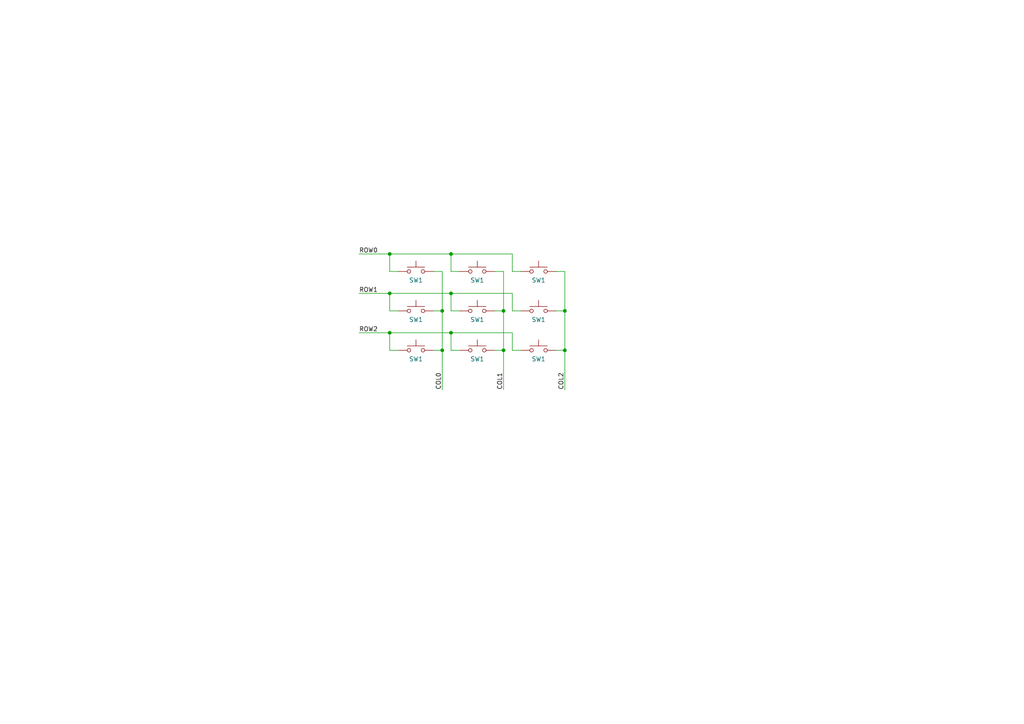
<source format=kicad_sch>
(kicad_sch (version 20230121) (generator eeschema)
  (paper "A4")
  (lib_symbols
    (symbol "Switch:SW_Push" (pin_numbers hide) (pin_names (offset 1.016) hide)
      (property "Reference" "SW" (at 1.27 2.54 0))
      (property "Value" "SW_Push" (at 0 -1.524 0))
      (symbol "SW_Push_0_1"
        (circle (center -2.032 0) (radius 0.508))
        (polyline (pts (xy 0 1.27) (xy 0 3.048)))
        (polyline (pts (xy 2.54 1.27) (xy -2.54 1.27)))
        (circle (center 2.032 0) (radius 0.508))
        (pin passive line (at -5.08 0 0) (length 2.54) (name "1") (number "1"))
        (pin passive line (at 5.08 0 180) (length 2.54) (name "2") (number "2"))
      )
    )
  )
  (junction (at 146.05 90.17))
  (junction (at 163.83 90.17))
  (junction (at 113.03 73.66))
  (junction (at 128.27 101.6))
  (junction (at 113.03 85.09))
  (junction (at 113.03 96.52))
  (junction (at 130.81 85.09))
  (junction (at 128.27 90.17))
  (junction (at 130.81 73.66))
  (junction (at 146.05 101.6))
  (junction (at 163.83 101.6))
  (junction (at 130.81 96.52))
  (wire (pts (xy 130.81 96.52) (xy 148.59 96.52)))
  (wire (pts (xy 148.59 96.52) (xy 148.59 101.6)))
  (wire (pts (xy 143.51 101.6) (xy 146.05 101.6)))
  (wire (pts (xy 128.27 90.17) (xy 128.27 101.6)))
  (wire (pts (xy 146.05 90.17) (xy 146.05 101.6)))
  (wire (pts (xy 130.81 73.66) (xy 148.59 73.66)))
  (wire (pts (xy 130.81 96.52) (xy 130.81 101.6)))
  (wire (pts (xy 113.03 96.52) (xy 113.03 101.6)))
  (wire (pts (xy 143.51 90.17) (xy 146.05 90.17)))
  (wire (pts (xy 146.05 78.74) (xy 146.05 90.17)))
  (wire (pts (xy 130.81 85.09) (xy 148.59 85.09)))
  (wire (pts (xy 130.81 101.6) (xy 133.35 101.6)))
  (wire (pts (xy 146.05 101.6) (xy 146.05 113.03)))
  (wire (pts (xy 128.27 101.6) (xy 128.27 113.03)))
  (wire (pts (xy 148.59 73.66) (xy 148.59 78.74)))
  (wire (pts (xy 148.59 101.6) (xy 151.13 101.6)))
  (wire (pts (xy 125.73 101.6) (xy 128.27 101.6)))
  (wire (pts (xy 113.03 73.66) (xy 130.81 73.66)))
  (wire (pts (xy 113.03 73.66) (xy 113.03 78.74)))
  (wire (pts (xy 113.03 85.09) (xy 130.81 85.09)))
  (wire (pts (xy 104.14 96.52) (xy 113.03 96.52)))
  (wire (pts (xy 130.81 90.17) (xy 133.35 90.17)))
  (wire (pts (xy 130.81 85.09) (xy 130.81 90.17)))
  (wire (pts (xy 113.03 96.52) (xy 130.81 96.52)))
  (wire (pts (xy 161.29 78.74) (xy 163.83 78.74)))
  (wire (pts (xy 163.83 90.17) (xy 163.83 101.6)))
  (wire (pts (xy 125.73 78.74) (xy 128.27 78.74)))
  (wire (pts (xy 143.51 78.74) (xy 146.05 78.74)))
  (wire (pts (xy 148.59 90.17) (xy 151.13 90.17)))
  (wire (pts (xy 113.03 78.74) (xy 115.57 78.74)))
  (wire (pts (xy 163.83 78.74) (xy 163.83 90.17)))
  (wire (pts (xy 161.29 101.6) (xy 163.83 101.6)))
  (wire (pts (xy 113.03 101.6) (xy 115.57 101.6)))
  (wire (pts (xy 125.73 90.17) (xy 128.27 90.17)))
  (wire (pts (xy 104.14 73.66) (xy 113.03 73.66)))
  (wire (pts (xy 163.83 101.6) (xy 163.83 113.03)))
  (wire (pts (xy 130.81 78.74) (xy 133.35 78.74)))
  (wire (pts (xy 161.29 90.17) (xy 163.83 90.17)))
  (wire (pts (xy 113.03 90.17) (xy 115.57 90.17)))
  (wire (pts (xy 130.81 73.66) (xy 130.81 78.74)))
  (wire (pts (xy 104.14 85.09) (xy 113.03 85.09)))
  (wire (pts (xy 148.59 85.09) (xy 148.59 90.17)))
  (wire (pts (xy 148.59 78.74) (xy 151.13 78.74)))
  (wire (pts (xy 128.27 78.74) (xy 128.27 90.17)))
  (wire (pts (xy 113.03 85.09) (xy 113.03 90.17)))
  (label "COL0" (at 128.27 113.03 90))
  (label "COL2" (at 163.83 113.03 90))
  (label "ROW0" (at 104.14 73.66 0))
  (label "ROW2" (at 104.14 96.52 0))
  (label "COL1" (at 146.05 113.03 90))
  (label "ROW1" (at 104.14 85.09 0))
  (symbol (lib_id "Switch:SW_Push") (at 138.43 101.6 0) (unit 1) (on_board no)
    (property "Reference" "SW1" (at 138.43 104.14 0))
    (property "Value" "SW_Push" (effects hide))
    (property "Footprint" "Button_Switch_SMD:SW_Push_1P1T_NO_Vertical_Wuerth_434133025816" (effects hide))
    (instances (project "spotlight-v2" (path "" (reference "SW1") (unit 1))) (project "keyboard-matrix-testboard" (path "" (reference "SW7") (unit 1)) (path "" (reference "SW14") (unit 1))) (project "nrf-display" (path "" (reference "SW1") (unit 1))) (project "nrf-multi-io" (path "" (reference "SW1") (unit 1))))
  )
  (symbol (lib_id "Switch:SW_Push") (at 138.43 90.17 0) (unit 1) (on_board no)
    (property "Reference" "SW1" (at 138.43 92.71 0))
    (property "Value" "SW_Push" (effects hide))
    (property "Footprint" "Button_Switch_SMD:SW_Push_1P1T_NO_Vertical_Wuerth_434133025816" (effects hide))
    (instances (project "spotlight-v2" (path "" (reference "SW1") (unit 1))) (project "keyboard-matrix-testboard" (path "" (reference "SW4") (unit 1)) (path "" (reference "SW13") (unit 1))) (project "nrf-display" (path "" (reference "SW1") (unit 1))) (project "nrf-multi-io" (path "" (reference "SW1") (unit 1))))
  )
  (symbol (lib_id "Switch:SW_Push") (at 138.43 78.74 0) (unit 1) (on_board no)
    (property "Reference" "SW1" (at 138.43 81.28 0))
    (property "Value" "SW_Push" (effects hide))
    (property "Footprint" "Button_Switch_SMD:SW_Push_1P1T_NO_Vertical_Wuerth_434133025816" (effects hide))
    (instances (project "spotlight-v2" (path "" (reference "SW1") (unit 1))) (project "keyboard-matrix-testboard" (path "" (reference "SW1") (unit 1)) (path "" (reference "SW12") (unit 1))) (project "nrf-display" (path "" (reference "SW1") (unit 1))) (project "nrf-multi-io" (path "" (reference "SW1") (unit 1))))
  )
  (symbol (lib_id "Switch:SW_Push") (at 120.65 101.6 0) (unit 1) (on_board no)
    (property "Reference" "SW1" (at 120.65 104.14 0))
    (property "Value" "SW_Push" (effects hide))
    (property "Footprint" "Button_Switch_SMD:SW_Push_1P1T_NO_Vertical_Wuerth_434133025816" (effects hide))
    (instances (project "spotlight-v2" (path "" (reference "SW1") (unit 1))) (project "keyboard-matrix-testboard" (path "" (reference "SW6") (unit 1)) (path "" (reference "SW11") (unit 1))) (project "nrf-display" (path "" (reference "SW1") (unit 1))) (project "nrf-multi-io" (path "" (reference "SW1") (unit 1))))
  )
  (symbol (lib_id "Switch:SW_Push") (at 156.21 101.6 0) (unit 1) (on_board no)
    (property "Reference" "SW1" (at 156.21 104.14 0))
    (property "Value" "SW_Push" (effects hide))
    (property "Footprint" "Button_Switch_SMD:SW_Push_1P1T_NO_Vertical_Wuerth_434133025816" (effects hide))
    (instances (project "spotlight-v2" (path "" (reference "SW1") (unit 1))) (project "keyboard-matrix-testboard" (path "" (reference "SW8") (unit 1)) (path "" (reference "SW17") (unit 1))) (project "nrf-display" (path "" (reference "SW1") (unit 1))) (project "nrf-multi-io" (path "" (reference "SW1") (unit 1))))
  )
  (symbol (lib_id "Switch:SW_Push") (at 120.65 90.17 0) (unit 1) (on_board no)
    (property "Reference" "SW1" (at 120.65 92.71 0))
    (property "Value" "SW_Push" (effects hide))
    (property "Footprint" "Button_Switch_SMD:SW_Push_1P1T_NO_Vertical_Wuerth_434133025816" (effects hide))
    (instances (project "spotlight-v2" (path "" (reference "SW1") (unit 1))) (project "keyboard-matrix-testboard" (path "" (reference "SW3") (unit 1)) (path "" (reference "SW10") (unit 1))) (project "nrf-display" (path "" (reference "SW1") (unit 1))) (project "nrf-multi-io" (path "" (reference "SW1") (unit 1))))
  )
  (symbol (lib_id "Switch:SW_Push") (at 156.21 90.17 0) (unit 1) (on_board no)
    (property "Reference" "SW1" (at 156.21 92.71 0))
    (property "Value" "SW_Push" (effects hide))
    (property "Footprint" "Button_Switch_SMD:SW_Push_1P1T_NO_Vertical_Wuerth_434133025816" (effects hide))
    (instances (project "spotlight-v2" (path "" (reference "SW1") (unit 1))) (project "keyboard-matrix-testboard" (path "" (reference "SW5") (unit 1)) (path "" (reference "SW16") (unit 1))) (project "nrf-display" (path "" (reference "SW1") (unit 1))) (project "nrf-multi-io" (path "" (reference "SW1") (unit 1))))
  )
  (symbol (lib_id "Switch:SW_Push") (at 120.65 78.74 0) (unit 1) (on_board no)
    (property "Reference" "SW1" (at 120.65 81.28 0))
    (property "Value" "SW_Push" (effects hide))
    (property "Footprint" "Button_Switch_SMD:SW_Push_1P1T_NO_Vertical_Wuerth_434133025816" (effects hide))
    (instances (project "spotlight-v2" (path "" (reference "SW1") (unit 1))) (project "keyboard-matrix-testboard" (path "" (reference "SW0") (unit 1)) (path "" (reference "SW9") (unit 1))) (project "nrf-display" (path "" (reference "SW1") (unit 1))) (project "nrf-multi-io" (path "" (reference "SW1") (unit 1))))
  )
  (symbol (lib_id "Switch:SW_Push") (at 156.21 78.74 0) (unit 1) (on_board no)
    (property "Reference" "SW1" (at 156.21 81.28 0))
    (property "Value" "SW_Push" (effects hide))
    (property "Footprint" "Button_Switch_SMD:SW_Push_1P1T_NO_Vertical_Wuerth_434133025816" (effects hide))
    (instances (project "spotlight-v2" (path "" (reference "SW1") (unit 1))) (project "keyboard-matrix-testboard" (path "" (reference "SW2") (unit 1)) (path "" (reference "SW15") (unit 1))) (project "nrf-display" (path "" (reference "SW1") (unit 1))) (project "nrf-multi-io" (path "" (reference "SW1") (unit 1))))
  )
)
</source>
